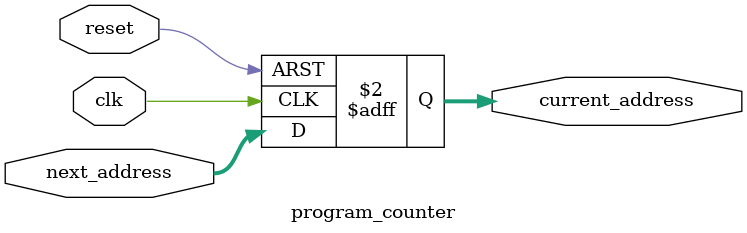
<source format=v>
module program_counter
	#( parameter WIDTH=8)
	(
	input wire clk, 
	input wire reset,
	input wire [WIDTH-1:0] next_address,
	output reg [WIDTH-1:0] current_address 
);
always @(posedge clk or posedge reset)begin
	if(reset)
		current_address <= 8'h0;	//Change bit width to match WIDTH parameter
	else
		current_address <= next_address;
end
endmodule
</source>
